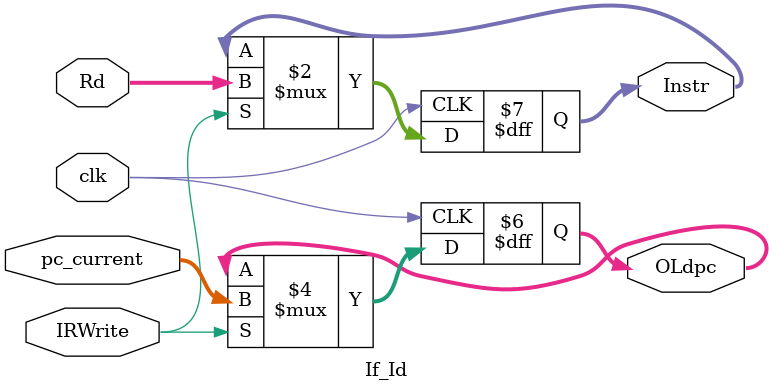
<source format=v>
module If_Id (
    input wire clk,
	 input wire IRWrite,
    input wire [31:0] pc_current,
    input wire [31:0] Rd,
	 output reg [31:0] OLdpc,
	 output reg [31:0] Instr
);
    always @(posedge clk) begin
        if (IRWrite) begin
            OLdpc <= pc_current;
				Instr <= Rd;
		  end
    end
endmodule
</source>
